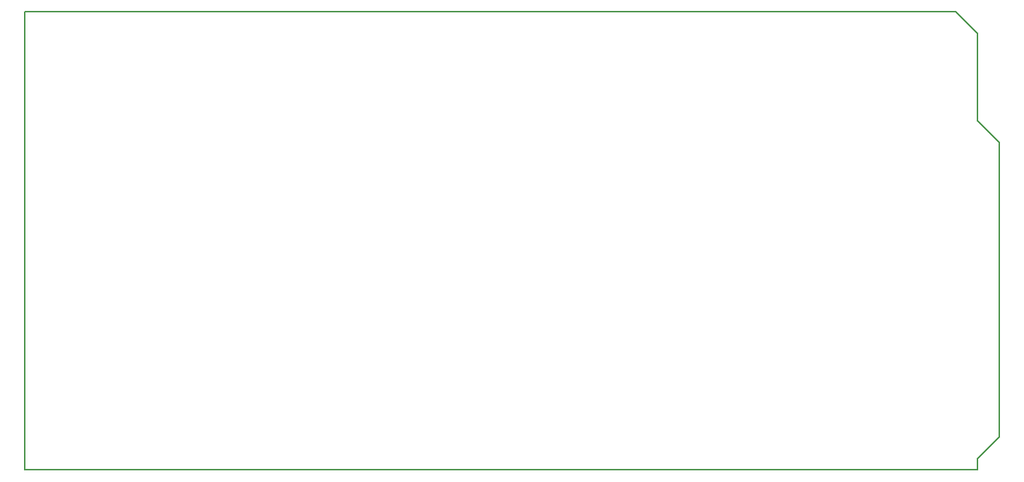
<source format=gbr>
G04 #@! TF.FileFunction,Profile,NP*
%FSLAX46Y46*%
G04 Gerber Fmt 4.6, Leading zero omitted, Abs format (unit mm)*
G04 Created by KiCad (PCBNEW 4.0.4-stable) date 04/21/17 11:27:43*
%MOMM*%
%LPD*%
G01*
G04 APERTURE LIST*
%ADD10C,0.100000*%
%ADD11C,0.150000*%
G04 APERTURE END LIST*
D10*
D11*
X135850000Y-51160000D02*
X135850000Y-104490000D01*
X244160000Y-51130000D02*
X135850000Y-51150000D01*
X246700000Y-53690000D02*
X244160000Y-51130000D01*
X246700000Y-63850000D02*
X246700000Y-53690000D01*
X249230000Y-66390000D02*
X246700000Y-63850000D01*
X249230000Y-100680000D02*
X249230000Y-66390000D01*
X246700000Y-103220000D02*
X249230000Y-100680000D01*
X246700000Y-103220000D02*
X246700000Y-104490000D01*
X135850000Y-104490000D02*
X246700000Y-104490000D01*
M02*

</source>
